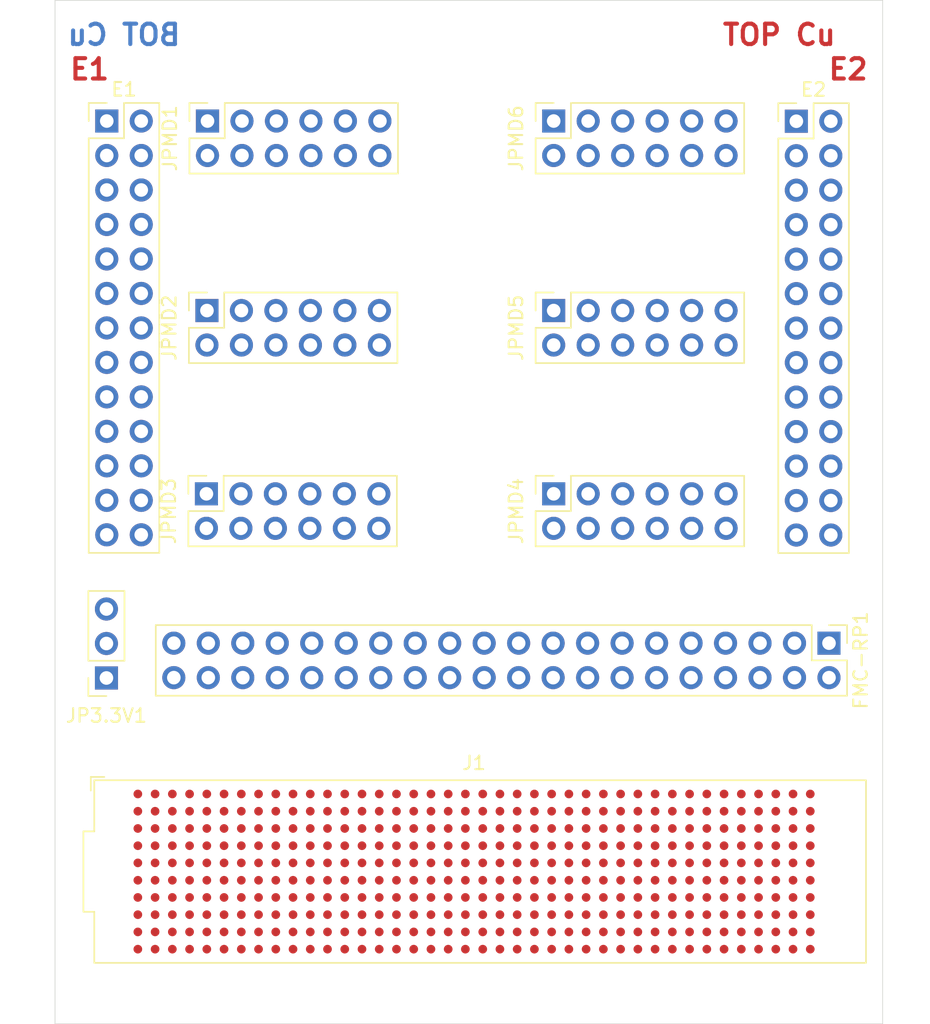
<source format=kicad_pcb>
(kicad_pcb (version 20240108) (generator "pcbnew") (generator_version "8.0")
  (layers (0 "F.Cu" signal) (31 "B.Cu" signal) (34 "B.Paste" user) (35 "F.Paste" user) (36 "B.SilkS" user "B.Silkscreen") (37 "F.SilkS" user "F.Silkscreen") (38 "B.Mask" user) (39 "F.Mask" user) (44 "Edge.Cuts" user))
  (net 0 "")
  (net 1 "Net-(E1-Pin_25)")
  (net 6 "SCLK PMOD")
  (net 7 "SCK FMC")
  (net 8 "SYNC PMOD")
  (net 11 "CS FMC")
  (net 12 "SDI5 PMOD")
  (net 16 "Net-(E2-Pin_1)")
  (net 37 "SDI FMC")
  (net 40 "SDI4 PMOD")
  (net 41 "CNV FMC")
  (net 44 "SDI3 PMOD")
  (net 45 "SDI2 PMOD")
  (net 48 "SDI1 PMOD")
  (net 49 "SDO4 FMC")
  (net 52 "SDI0 PMOD")
  (net 53 "SDO0 FMC")
  (net 103 "GND")
  (net 104 "BUSY FMC")
  (net 110 "+3.3V")
  (net 114 "EN")
  (net 119 "RESET FMC")
  (net 122 "SDO6 FMC")
  (net 123 "SDO7 FMC")
  (net 134 "SCK OUT FMC")
  (net 209 "SDO2 FMC")
  (net 210 "SDO3 FMC")
  (net 230 "CLK-ADC")
  (net 232 "SDO1 FMC")
  (net 233 "SDO5 FMC")
  (net 300 "SDO0 PMOD")
  (net 307 "SCL EE")
  (net 308 "SDA EE")
  (net 309 "A0 EE")
  (net 310 "+12V FMC")
  (net 311 "AUX 3.3V EE")
  (net 312 "A1 EE")
  (net 313 "VADJ")
  (footprint "Connector_PinHeader_2.54mm:PinHeader_2x13_P2.54mm_Vertical" (layer "F.Cu") (at 172.71 83.85)
    (property "Reference" "E2")
    (property "Value" "Conn_02x13_Odd_Even")
  )
  (footprint "Connector_PinSocket_2.54mm:PinSocket_2x06_P2.54mm_Vertical" (layer "F.Cu") (at 154.835 97.795 90)
    (property "Reference" "JPMD5")
    (property "Value" "Conn_02x06")
  )
  (footprint "Connector_PinSocket_2.54mm:PinSocket_2x06_P2.54mm_Vertical" (layer "F.Cu") (at 129.255 111.295 90)
    (property "Reference" "JPMD3")
    (property "Value" "Conn_02x06")
  )
  (footprint "Connector_PinSocket_2.54mm:PinSocket_2x06_P2.54mm_Vertical" (layer "F.Cu") (at 154.835 83.835 90)
    (property "Reference" "JPMD6")
    (property "Value" "Conn_02x06")
  )
  (footprint "Connector_PinSocket_2.54mm:PinSocket_1x03_P2.54mm_Vertical" (layer "F.Cu") (at 121.89 124.86 180)
    (property "Reference" "JP3.3V1")
    (property "Value" "Jumper_3_Bridged12")
  )
  (footprint "Connector_PinSocket_2.54mm:PinSocket_2x06_P2.54mm_Vertical" (layer "F.Cu") (at 154.835 111.295 90)
    (property "Reference" "JPMD4")
    (property "Value" "Conn_02x06_Top_Bottom")
  )
  (footprint "Connector_PinHeader_2.54mm:PinHeader_2x13_P2.54mm_Vertical" (layer "F.Cu") (at 121.915 83.835)
    (property "Reference" "E1")
    (property "Value" "Conn_02x13_Odd_Even")
  )
  (footprint "Connector_Samtec:Samtec_FMC_ASP-134486-01_10x40_P1.27mm_Vertical" (layer "F.Cu") (at 148.97 139.12)
    (property "Reference" "J1")
    (property "Value" "Samtec_ASP-134486-01")
  )
  (footprint "Connector_PinSocket_2.54mm:PinSocket_2x06_P2.54mm_Vertical" (layer "F.Cu") (at 129.335 83.835 90)
    (property "Reference" "JPMD1")
    (property "Value" "Conn_02x06_Top_Bottom")
  )
  (footprint "Connector_PinHeader_2.54mm:PinHeader_2x20_P2.54mm_Vertical" (layer "F.Cu") (at 175.115 122.295 -90)
    (property "Reference" "FMC-RP1")
    (property "Value" "Conn_02x20")
  )
  (footprint "Connector_PinSocket_2.54mm:PinSocket_2x06_P2.54mm_Vertical" (layer "F.Cu") (at 129.295 97.795 90)
    (property "Reference" "JPMD2")
    (property "Value" "Conn_02x06_Top_Bottom")
  )
  (gr_line (start 118.105 74.945) (end 179.065 74.945) (stroke (width 0.05)) (layer "Edge.Cuts"))
  (gr_line (start 179.065 150.335) (end 118.105 150.335) (stroke (width 0.05)) (layer "Edge.Cuts"))
  (gr_line (start 118.105 150.335) (end 118.105 74.945) (stroke (width 0.05)) (layer "Edge.Cuts"))
  (gr_line (start 179.065 74.945) (end 179.065 150.335) (stroke (width 0.05)) (layer "Edge.Cuts"))
  (gr_text "E1" (at 120.645 80.025 0) (layer "F.Cu") (effects (font (size 1.5 1.5) (thickness 0.3))))
  (gr_text "E2" (at 176.525 80.025 0) (layer "F.Cu") (effects (font (size 1.5 1.5) (thickness 0.3))))
  (gr_text "TOP Cu" (at 171.445 77.485 0) (layer "F.Cu") (effects (font (size 1.5 1.5) (thickness 0.3))))
  (gr_text "BOT Cu" (at 123.185 77.485 0) (layer "B.Cu") (effects (font (size 1.5 1.5) (thickness 0.3)) (justify mirror)))
)
</source>
